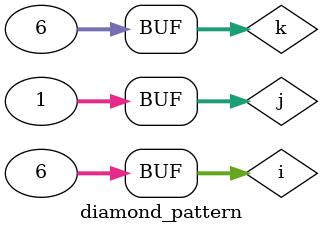
<source format=v>
module diamond_pattern;
integer i, j, k;
  
  initial begin
    for(i = 1; i <= 5; i= i+1)
      begin
        for(k = 5 - i; k >= 1; k = k - 1)
          $write(" ");
        for(j = 1; j <= (i*2 - 1); j = j + 1)
          $write("%0d", i);
        $display("");
      end
    
    i = 0; j = 0; k = 0;
    
    for(i = 1; i <= 5; i= i+1)
      begin
        for(k = 1; k <= i; k = k + 1)
          $write(" ");
        for(j = 1 ; j <= (8 - (2*i-1)); j = j + 1)
          $write("%0d",5-i);
      	 $display("");
      end
  end
    
endmodule

//      1
//     222
//    33333
//   4444444
//  555555555
//   4444444
//    33333
//     222
//      1
  

</source>
